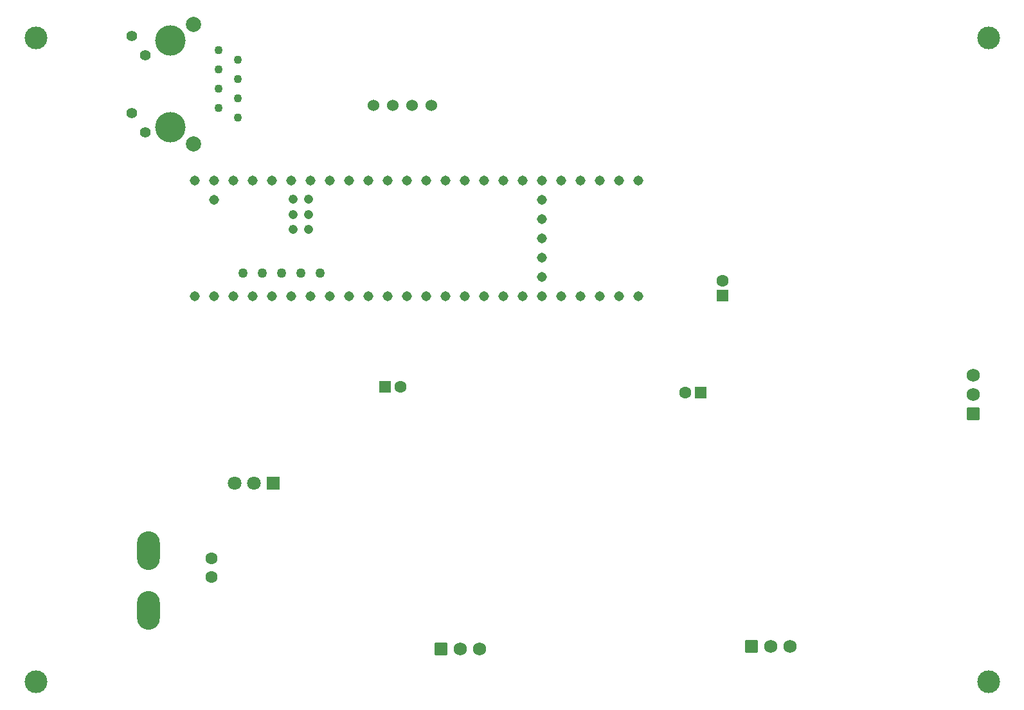
<source format=gbr>
%TF.GenerationSoftware,KiCad,Pcbnew,8.0.6*%
%TF.CreationDate,2025-01-24T20:25:43-06:00*%
%TF.ProjectId,BrushlessGimbalController_Hardware,42727573-686c-4657-9373-47696d62616c,rev?*%
%TF.SameCoordinates,Original*%
%TF.FileFunction,Soldermask,Bot*%
%TF.FilePolarity,Negative*%
%FSLAX46Y46*%
G04 Gerber Fmt 4.6, Leading zero omitted, Abs format (unit mm)*
G04 Created by KiCad (PCBNEW 8.0.6) date 2025-01-24 20:25:43*
%MOMM*%
%LPD*%
G01*
G04 APERTURE LIST*
G04 Aperture macros list*
%AMRoundRect*
0 Rectangle with rounded corners*
0 $1 Rounding radius*
0 $2 $3 $4 $5 $6 $7 $8 $9 X,Y pos of 4 corners*
0 Add a 4 corners polygon primitive as box body*
4,1,4,$2,$3,$4,$5,$6,$7,$8,$9,$2,$3,0*
0 Add four circle primitives for the rounded corners*
1,1,$1+$1,$2,$3*
1,1,$1+$1,$4,$5*
1,1,$1+$1,$6,$7*
1,1,$1+$1,$8,$9*
0 Add four rect primitives between the rounded corners*
20,1,$1+$1,$2,$3,$4,$5,0*
20,1,$1+$1,$4,$5,$6,$7,0*
20,1,$1+$1,$6,$7,$8,$9,0*
20,1,$1+$1,$8,$9,$2,$3,0*%
G04 Aperture macros list end*
%ADD10C,3.000000*%
%ADD11RoundRect,0.250000X-0.620000X-0.620000X0.620000X-0.620000X0.620000X0.620000X-0.620000X0.620000X0*%
%ADD12C,1.740000*%
%ADD13O,3.000000X5.100000*%
%ADD14R,1.600000X1.600000*%
%ADD15C,1.600000*%
%ADD16C,1.308000*%
%ADD17C,1.258000*%
%ADD18C,1.208000*%
%ADD19RoundRect,0.250000X0.620000X-0.620000X0.620000X0.620000X-0.620000X0.620000X-0.620000X-0.620000X0*%
%ADD20C,1.524000*%
%ADD21R,1.800000X1.800000*%
%ADD22C,1.800000*%
%ADD23C,1.100000*%
%ADD24C,1.400000*%
%ADD25C,4.000000*%
%ADD26C,2.000000*%
G04 APERTURE END LIST*
D10*
%TO.C,H2*%
X84582000Y-133858000D03*
%TD*%
D11*
%TO.C,Conn2*%
X137922000Y-129552000D03*
D12*
X140462000Y-129552000D03*
X143002000Y-129552000D03*
%TD*%
D10*
%TO.C,H4*%
X210058000Y-133858000D03*
%TD*%
D13*
%TO.C,Conn1*%
X99396600Y-116551800D03*
X99396600Y-124425800D03*
%TD*%
D14*
%TO.C,C2*%
X130616888Y-94996000D03*
D15*
X132616888Y-94996000D03*
%TD*%
D16*
%TO.C,U1*%
X108046000Y-83058000D03*
X110586000Y-83058000D03*
X113126000Y-83058000D03*
X115666000Y-83058000D03*
X141066000Y-83058000D03*
X110586000Y-67818000D03*
X151226000Y-77978000D03*
X118206000Y-83058000D03*
X120746000Y-83058000D03*
D17*
X111856000Y-80008000D03*
D16*
X123286000Y-83058000D03*
X125826000Y-83058000D03*
X128366000Y-83058000D03*
X130906000Y-83058000D03*
X133446000Y-83058000D03*
X135986000Y-83058000D03*
X138526000Y-83058000D03*
X138526000Y-67818000D03*
X135986000Y-67818000D03*
X133446000Y-67818000D03*
X130906000Y-67818000D03*
X128366000Y-67818000D03*
X125826000Y-67818000D03*
X123286000Y-67818000D03*
X120746000Y-67818000D03*
X118206000Y-67818000D03*
X115666000Y-67818000D03*
X113126000Y-67818000D03*
X143606000Y-83058000D03*
X146146000Y-83058000D03*
X148686000Y-83058000D03*
X151226000Y-83058000D03*
X153766000Y-83058000D03*
X156306000Y-83058000D03*
X158846000Y-83058000D03*
X161386000Y-83058000D03*
X163926000Y-83058000D03*
X163926000Y-67818000D03*
X161386000Y-67818000D03*
X158846000Y-67818000D03*
X156306000Y-67818000D03*
X153766000Y-67818000D03*
X151226000Y-67818000D03*
X148686000Y-67818000D03*
X146146000Y-67818000D03*
X143606000Y-67818000D03*
D17*
X116936000Y-80008000D03*
X114396000Y-80008000D03*
D16*
X105506000Y-83058000D03*
X141066000Y-67818000D03*
X108046000Y-67818000D03*
X151226000Y-75438000D03*
D18*
X120476000Y-72268000D03*
X118476000Y-72268000D03*
D16*
X151226000Y-70358000D03*
X151226000Y-72898000D03*
D18*
X118476000Y-70268000D03*
X120476000Y-70268000D03*
X120476000Y-74268000D03*
X118476000Y-74268000D03*
D17*
X119476000Y-80008000D03*
X122016000Y-80008000D03*
D16*
X151226000Y-80518000D03*
X105506000Y-67818000D03*
X108046000Y-70358000D03*
%TD*%
D11*
%TO.C,Conn3*%
X178808777Y-129163315D03*
D12*
X181348777Y-129163315D03*
X183888777Y-129163315D03*
%TD*%
D19*
%TO.C,Conn4*%
X208038000Y-98552000D03*
D12*
X208038000Y-96012000D03*
X208038000Y-93472000D03*
%TD*%
D10*
%TO.C,H1*%
X210058000Y-49022000D03*
%TD*%
D20*
%TO.C,Conn15*%
X129032000Y-57912000D03*
X131572000Y-57912000D03*
X134112000Y-57912000D03*
X136652000Y-57912000D03*
X136652000Y-57912000D03*
%TD*%
D21*
%TO.C,U3*%
X115824000Y-107696000D03*
D22*
X113284000Y-107696000D03*
X110744000Y-107696000D03*
%TD*%
D23*
%TO.C,J1*%
X108660500Y-50673000D03*
X111200500Y-51943000D03*
X108660500Y-53213000D03*
X111200500Y-54483000D03*
X108660500Y-55753000D03*
X111200500Y-57023000D03*
X108660500Y-58293000D03*
X111200500Y-59563000D03*
D24*
X97230500Y-48793000D03*
X99020500Y-51333000D03*
X97230500Y-58903000D03*
X99020500Y-61443000D03*
D25*
X102310500Y-49403000D03*
X102310500Y-60833000D03*
D26*
X105360500Y-47243000D03*
X105360500Y-62993000D03*
%TD*%
D14*
%TO.C,C13*%
X172134112Y-95758000D03*
D15*
X170134112Y-95758000D03*
%TD*%
D14*
%TO.C,C22*%
X175006000Y-82997113D03*
D15*
X175006000Y-80997113D03*
%TD*%
%TO.C,C18*%
X107696000Y-120102000D03*
X107696000Y-117602000D03*
%TD*%
D10*
%TO.C,H3*%
X84582000Y-49022000D03*
%TD*%
M02*

</source>
